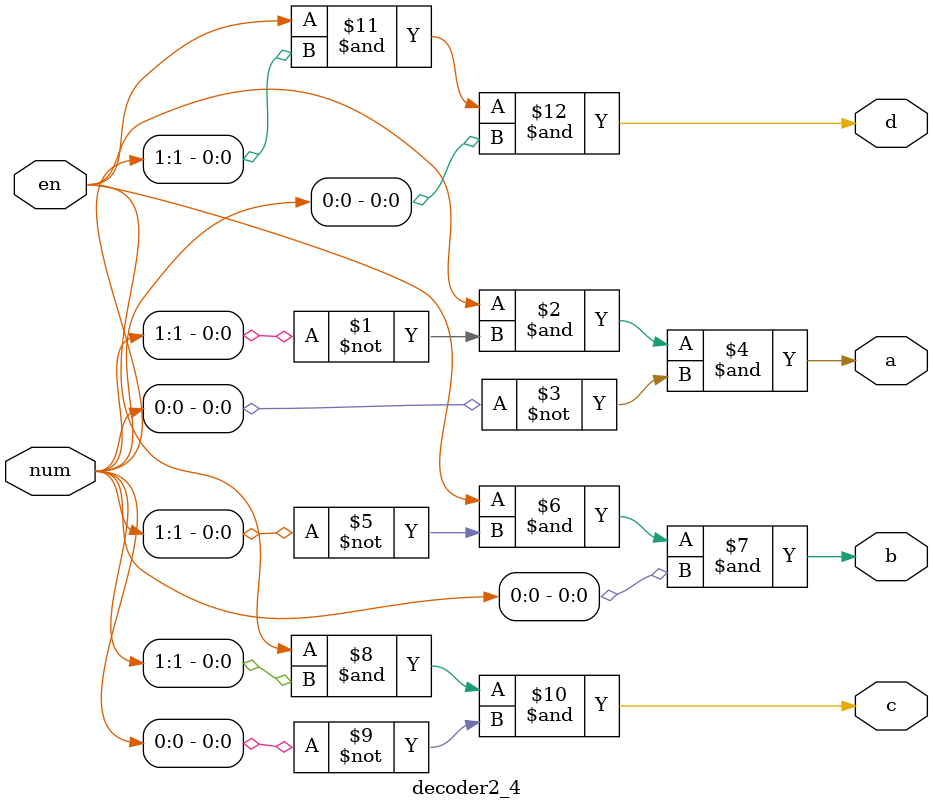
<source format=v>
module decoder2_4(en, num, a, b, c, d);
    input en;
    input [1:0] num;
    output a, b, c, d;
    wire [1:0] num;
    wire en;
    wire a, b, c, d;
    assign a = en & ~num[1] & ~num[0];
    assign b = en & ~num[1] & num[0];
    assign c = en & num[1] & ~num[0];
    assign d = en & num[1] & num[0];
endmodule
</source>
